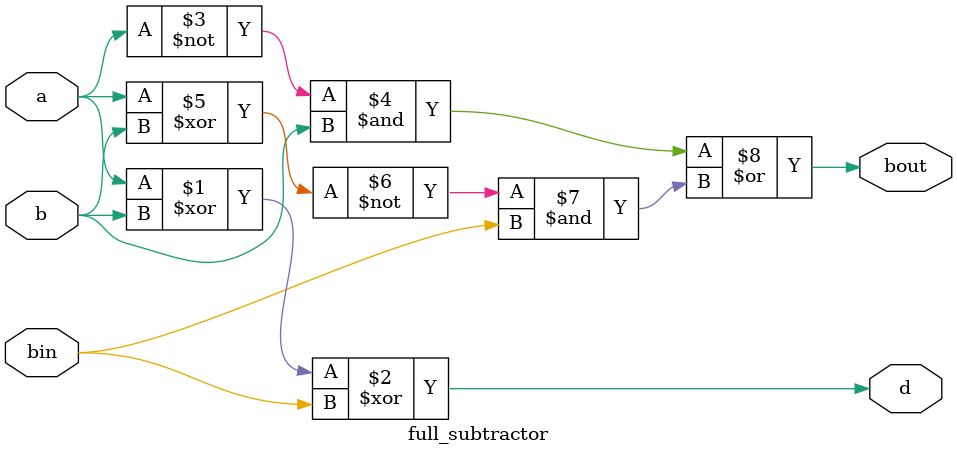
<source format=v>
module full_subtractor(input a,b,bin, output d,bout);
 assign d = a^b^bin;
 assign bout = (~a&b) | ((~(a^b))&bin);
endmodule

</source>
